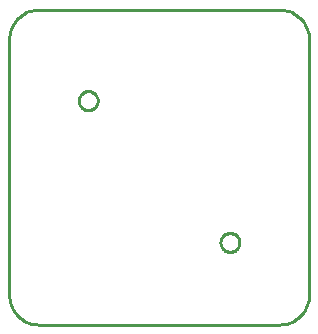
<source format=gbr>
G04 EAGLE Gerber RS-274X export*
G75*
%MOMM*%
%FSLAX34Y34*%
%LPD*%
%IN*%
%IPPOS*%
%AMOC8*
5,1,8,0,0,1.08239X$1,22.5*%
G01*
%ADD10C,0.254000*%


D10*
X0Y25400D02*
X97Y23186D01*
X386Y20989D01*
X865Y18826D01*
X1532Y16713D01*
X2380Y14666D01*
X3403Y12700D01*
X4594Y10831D01*
X5942Y9073D01*
X7440Y7440D01*
X9073Y5942D01*
X10831Y4594D01*
X12700Y3403D01*
X14666Y2380D01*
X16713Y1532D01*
X18826Y865D01*
X20989Y386D01*
X23186Y97D01*
X25400Y0D01*
X228600Y0D01*
X230814Y97D01*
X233011Y386D01*
X235174Y865D01*
X237287Y1532D01*
X239335Y2380D01*
X241300Y3403D01*
X243169Y4594D01*
X244927Y5942D01*
X246561Y7440D01*
X248058Y9073D01*
X249406Y10831D01*
X250597Y12700D01*
X251620Y14666D01*
X252468Y16713D01*
X253135Y18826D01*
X253614Y20989D01*
X253903Y23186D01*
X254000Y25400D01*
X254000Y241300D01*
X253903Y243514D01*
X253614Y245711D01*
X253135Y247874D01*
X252468Y249987D01*
X251620Y252035D01*
X250597Y254000D01*
X249406Y255869D01*
X248058Y257627D01*
X246561Y259261D01*
X244927Y260758D01*
X243169Y262106D01*
X241300Y263297D01*
X239335Y264320D01*
X237287Y265168D01*
X235174Y265835D01*
X233011Y266314D01*
X230814Y266603D01*
X228600Y266700D01*
X25400Y266700D01*
X23186Y266603D01*
X20989Y266314D01*
X18826Y265835D01*
X16713Y265168D01*
X14666Y264320D01*
X12700Y263297D01*
X10831Y262106D01*
X9073Y260758D01*
X7440Y259261D01*
X5942Y257627D01*
X4594Y255869D01*
X3403Y254000D01*
X2380Y252035D01*
X1532Y249987D01*
X865Y247874D01*
X386Y245711D01*
X97Y243514D01*
X0Y241300D01*
X0Y25400D01*
X75000Y189147D02*
X74923Y188365D01*
X74770Y187594D01*
X74541Y186842D01*
X74241Y186115D01*
X73870Y185422D01*
X73433Y184769D01*
X72935Y184161D01*
X72379Y183605D01*
X71771Y183107D01*
X71118Y182670D01*
X70425Y182299D01*
X69698Y181999D01*
X68946Y181770D01*
X68175Y181617D01*
X67393Y181540D01*
X66607Y181540D01*
X65825Y181617D01*
X65054Y181770D01*
X64302Y181999D01*
X63575Y182299D01*
X62882Y182670D01*
X62229Y183107D01*
X61621Y183605D01*
X61065Y184161D01*
X60567Y184769D01*
X60130Y185422D01*
X59759Y186115D01*
X59459Y186842D01*
X59230Y187594D01*
X59077Y188365D01*
X59000Y189147D01*
X59000Y189933D01*
X59077Y190715D01*
X59230Y191486D01*
X59459Y192238D01*
X59759Y192965D01*
X60130Y193658D01*
X60567Y194311D01*
X61065Y194919D01*
X61621Y195475D01*
X62229Y195973D01*
X62882Y196410D01*
X63575Y196781D01*
X64302Y197081D01*
X65054Y197310D01*
X65825Y197463D01*
X66607Y197540D01*
X67393Y197540D01*
X68175Y197463D01*
X68946Y197310D01*
X69698Y197081D01*
X70425Y196781D01*
X71118Y196410D01*
X71771Y195973D01*
X72379Y195475D01*
X72935Y194919D01*
X73433Y194311D01*
X73870Y193658D01*
X74241Y192965D01*
X74541Y192238D01*
X74770Y191486D01*
X74923Y190715D01*
X75000Y189933D01*
X75000Y189147D01*
X195000Y69147D02*
X194923Y68365D01*
X194770Y67594D01*
X194541Y66842D01*
X194241Y66115D01*
X193870Y65422D01*
X193433Y64769D01*
X192935Y64161D01*
X192379Y63605D01*
X191771Y63107D01*
X191118Y62670D01*
X190425Y62299D01*
X189698Y61999D01*
X188946Y61770D01*
X188175Y61617D01*
X187393Y61540D01*
X186607Y61540D01*
X185825Y61617D01*
X185054Y61770D01*
X184302Y61999D01*
X183575Y62299D01*
X182882Y62670D01*
X182229Y63107D01*
X181621Y63605D01*
X181065Y64161D01*
X180567Y64769D01*
X180130Y65422D01*
X179759Y66115D01*
X179459Y66842D01*
X179230Y67594D01*
X179077Y68365D01*
X179000Y69147D01*
X179000Y69933D01*
X179077Y70715D01*
X179230Y71486D01*
X179459Y72238D01*
X179759Y72965D01*
X180130Y73658D01*
X180567Y74311D01*
X181065Y74919D01*
X181621Y75475D01*
X182229Y75973D01*
X182882Y76410D01*
X183575Y76781D01*
X184302Y77081D01*
X185054Y77310D01*
X185825Y77463D01*
X186607Y77540D01*
X187393Y77540D01*
X188175Y77463D01*
X188946Y77310D01*
X189698Y77081D01*
X190425Y76781D01*
X191118Y76410D01*
X191771Y75973D01*
X192379Y75475D01*
X192935Y74919D01*
X193433Y74311D01*
X193870Y73658D01*
X194241Y72965D01*
X194541Y72238D01*
X194770Y71486D01*
X194923Y70715D01*
X195000Y69933D01*
X195000Y69147D01*
M02*

</source>
